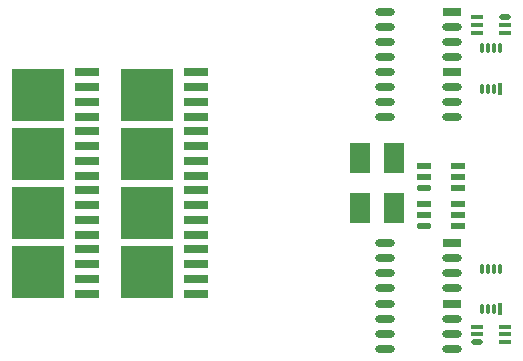
<source format=gbp>
G04*
G04 #@! TF.GenerationSoftware,Altium Limited,Altium Designer,20.1.12 (249)*
G04*
G04 Layer_Color=128*
%FSLAX25Y25*%
%MOIN*%
G70*
G04*
G04 #@! TF.SameCoordinates,D57ADFAC-2A33-4F97-B865-62DE6D2BA241*
G04*
G04*
G04 #@! TF.FilePolarity,Positive*
G04*
G01*
G75*
%ADD16O,0.04724X0.02165*%
%ADD17R,0.04724X0.02165*%
%ADD18R,0.06496X0.02559*%
%ADD19O,0.06496X0.02559*%
%ADD44R,0.17323X0.17717*%
%ADD45R,0.08071X0.02559*%
%ADD46R,0.01378X0.03937*%
%ADD47O,0.01378X0.03937*%
%ADD48O,0.03937X0.01772*%
%ADD49R,0.03937X0.01772*%
%ADD50R,0.06890X0.10039*%
D16*
X254528Y57284D02*
D03*
Y44685D02*
D03*
D17*
X265945Y57284D02*
D03*
Y61024D02*
D03*
Y64764D02*
D03*
X254528D02*
D03*
Y61024D02*
D03*
X265945Y44685D02*
D03*
Y48425D02*
D03*
Y52165D02*
D03*
X254528D02*
D03*
Y48425D02*
D03*
D18*
X263878Y38996D02*
D03*
Y116161D02*
D03*
Y96083D02*
D03*
X263878Y18917D02*
D03*
D19*
X263878Y33996D02*
D03*
Y28996D02*
D03*
Y23996D02*
D03*
X241634Y38996D02*
D03*
Y33996D02*
D03*
Y28996D02*
D03*
Y23996D02*
D03*
X263878Y111161D02*
D03*
Y106161D02*
D03*
Y101161D02*
D03*
X241634Y116161D02*
D03*
Y111161D02*
D03*
Y106161D02*
D03*
Y101161D02*
D03*
X263878Y91083D02*
D03*
Y86083D02*
D03*
Y81083D02*
D03*
X241634Y96083D02*
D03*
Y91083D02*
D03*
Y86083D02*
D03*
Y81083D02*
D03*
X263878Y13917D02*
D03*
Y8917D02*
D03*
Y3917D02*
D03*
X241634Y18917D02*
D03*
Y13917D02*
D03*
Y8917D02*
D03*
Y3917D02*
D03*
D44*
X125984Y88583D02*
D03*
X162205Y68898D02*
D03*
Y49213D02*
D03*
Y88583D02*
D03*
X125984Y49213D02*
D03*
Y68898D02*
D03*
Y29528D02*
D03*
X162205Y29528D02*
D03*
D45*
X142126Y81083D02*
D03*
Y86083D02*
D03*
Y91083D02*
D03*
Y96083D02*
D03*
X178347Y61398D02*
D03*
Y66398D02*
D03*
Y71398D02*
D03*
Y76398D02*
D03*
Y56713D02*
D03*
Y51713D02*
D03*
Y46713D02*
D03*
Y41713D02*
D03*
Y96083D02*
D03*
Y91083D02*
D03*
Y86083D02*
D03*
Y81083D02*
D03*
X142126Y56713D02*
D03*
Y51713D02*
D03*
Y46713D02*
D03*
Y41713D02*
D03*
Y76398D02*
D03*
Y71398D02*
D03*
Y66398D02*
D03*
Y61398D02*
D03*
Y37028D02*
D03*
Y32028D02*
D03*
Y27028D02*
D03*
Y22028D02*
D03*
X178347Y37028D02*
D03*
Y32028D02*
D03*
Y27028D02*
D03*
Y22027D02*
D03*
D46*
X279795Y17033D02*
D03*
X279724Y90551D02*
D03*
D47*
X277827Y17033D02*
D03*
X275858D02*
D03*
X273890D02*
D03*
X279795Y30419D02*
D03*
X277827D02*
D03*
X275858D02*
D03*
X273890D02*
D03*
X277756Y90551D02*
D03*
X275787D02*
D03*
X273819D02*
D03*
X279724Y103937D02*
D03*
X277756D02*
D03*
X275787D02*
D03*
X273819D02*
D03*
D48*
X272146Y6102D02*
D03*
X281398Y114370D02*
D03*
D49*
X272146Y8661D02*
D03*
Y11220D02*
D03*
X281398D02*
D03*
Y8661D02*
D03*
Y6102D02*
D03*
X281398Y111811D02*
D03*
Y109252D02*
D03*
X272146D02*
D03*
Y111811D02*
D03*
Y114370D02*
D03*
D50*
X233071Y67323D02*
D03*
Y50787D02*
D03*
X244488Y67323D02*
D03*
Y50787D02*
D03*
M02*

</source>
